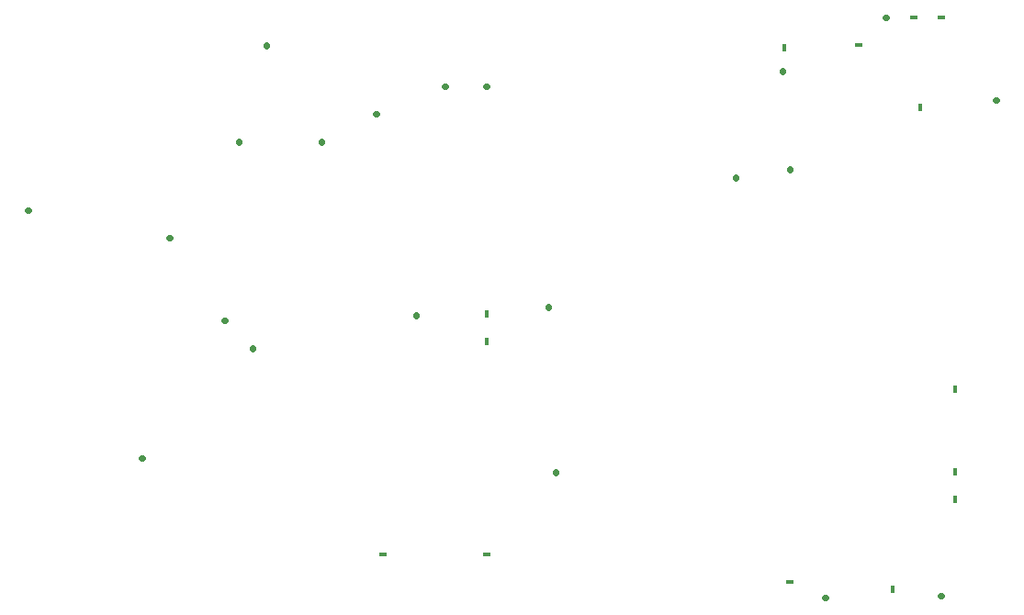
<source format=gbo>
G75*
G70*
%OFA0B0*%
%FSLAX24Y24*%
%IPPOS*%
%LPD*%
%AMOC8*
5,1,8,0,0,1.08239X$1,22.5*
%
%ADD10R,0.0180X0.0300*%
%ADD11C,0.0220*%
%ADD12R,0.0300X0.0180*%
D10*
X019100Y016540D03*
X019100Y017540D03*
X029900Y027190D03*
X034850Y025040D03*
X036100Y014790D03*
X036100Y011790D03*
X036100Y010790D03*
X033850Y007540D03*
D11*
X006612Y012290D02*
X006588Y012290D01*
X010600Y016278D02*
X010600Y016302D01*
X009612Y017290D02*
X009588Y017290D01*
X007612Y020290D02*
X007588Y020290D01*
X010100Y023778D02*
X010100Y023802D01*
X013100Y023778D02*
X013100Y023802D01*
X015088Y024790D02*
X015112Y024790D01*
X017588Y025790D02*
X017612Y025790D01*
X019088Y025790D02*
X019112Y025790D01*
X011100Y027278D02*
X011100Y027302D01*
X002462Y021290D02*
X002438Y021290D01*
X016550Y017502D02*
X016550Y017478D01*
X021350Y017778D02*
X021350Y017802D01*
X021600Y011802D02*
X021600Y011778D01*
X031388Y007240D02*
X031412Y007240D01*
X035588Y007290D02*
X035612Y007290D01*
X028150Y022478D02*
X028150Y022502D01*
X030100Y022778D02*
X030100Y022802D01*
X029850Y026328D02*
X029850Y026352D01*
X033588Y028290D02*
X033612Y028290D01*
X037588Y025290D02*
X037612Y025290D01*
D12*
X035600Y028290D03*
X034600Y028290D03*
X032600Y027290D03*
X019100Y008790D03*
X015350Y008790D03*
X030100Y007790D03*
M02*

</source>
